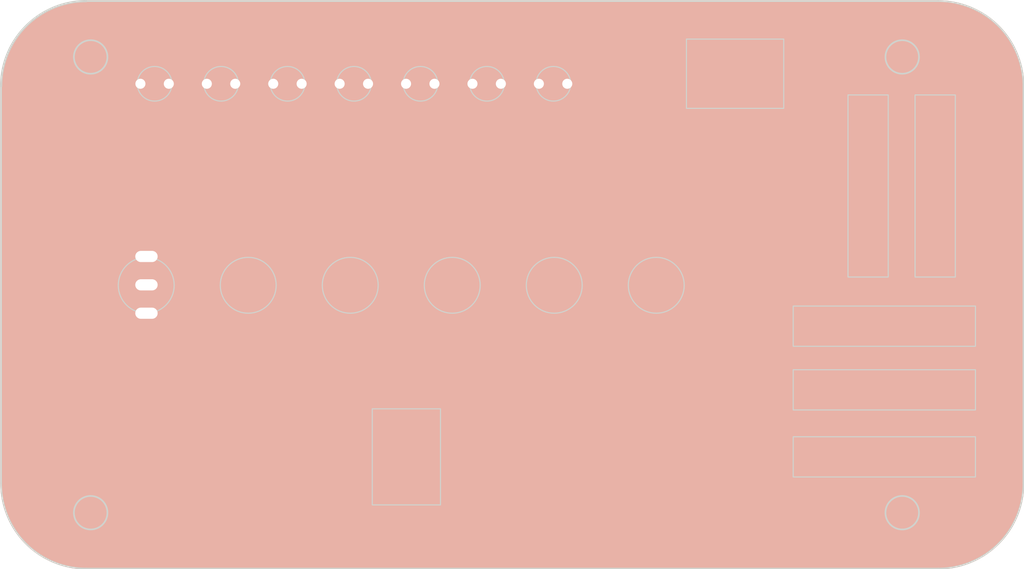
<source format=kicad_pcb>
(kicad_pcb (version 20240108) (generator "pcbnew") (generator_version "8.0")
  (layers (0 "F.Cu" signal) (31 "B.Cu" signal) (34 "B.Paste" user) (35 "F.Paste" user) (36 "B.SilkS" user "B.Silkscreen") (37 "F.SilkS" user "F.Silkscreen") (38 "B.Mask" user) (39 "F.Mask" user) (44 "Edge.Cuts" user))
  (net 0 "")
  (footprint "LED_THT:LED_D3.0mm" (layer "F.Cu") (at 108.84 72.4)
    (property "Reference" "REF**" (hide yes))
    (property "Value" "LED_D3.0mm")
    (fp_line (start -0.29 -1.236) (end -0.29 -1.08) (stroke (width 0.12)) (layer "F.SilkS"))
    (fp_line (start -0.29 1.08) (end -0.29 1.236) (stroke (width 0.12)) (layer "F.SilkS"))
    (fp_arc (start -0.29 -1.235516) (mid 1.366487 -1.987659) (end 2.942335 -1.078608) (stroke (width 0.12)) (layer "F.SilkS"))
    (fp_arc (start 0.229039 -1.08) (mid 1.270117 -1.5) (end 2.31113 -1.079837) (stroke (width 0.12)) (layer "F.SilkS"))
    (fp_arc (start 2.31113 1.079837) (mid 1.270117 1.5) (end 0.229039 1.08) (stroke (width 0.12)) (layer "F.SilkS"))
    (fp_arc (start 2.942335 1.078608) (mid 1.366487 1.987659) (end -0.29 1.235516) (stroke (width 0.12)) (layer "F.SilkS"))
    (pad "1" thru_hole rect (at 0 0) (size 1.8 1.8) (drill 0.9) (layers "*.Cu" "*.Mask"))
    (pad "2" thru_hole circle (at 2.54 0) (size 1.8 1.8) (drill 0.9) (layers "*.Cu" "*.Mask"))
  )
  (footprint "LED_THT:LED_D3.0mm" (layer "F.Cu") (at 114.78 72.4)
    (property "Reference" "REF**1" (hide yes))
    (property "Value" "LED_D3.0mm")
    (fp_line (start -0.29 -1.236) (end -0.29 -1.08) (stroke (width 0.12)) (layer "F.SilkS"))
    (fp_line (start -0.29 1.08) (end -0.29 1.236) (stroke (width 0.12)) (layer "F.SilkS"))
    (fp_arc (start -0.29 -1.235516) (mid 1.366487 -1.987659) (end 2.942335 -1.078608) (stroke (width 0.12)) (layer "F.SilkS"))
    (fp_arc (start 0.229039 -1.08) (mid 1.270117 -1.5) (end 2.31113 -1.079837) (stroke (width 0.12)) (layer "F.SilkS"))
    (fp_arc (start 2.31113 1.079837) (mid 1.270117 1.5) (end 0.229039 1.08) (stroke (width 0.12)) (layer "F.SilkS"))
    (fp_arc (start 2.942335 1.078608) (mid 1.366487 1.987659) (end -0.29 1.235516) (stroke (width 0.12)) (layer "F.SilkS"))
    (pad "1" thru_hole rect (at 0 0) (size 1.8 1.8) (drill 0.9) (layers "*.Cu" "*.Mask"))
    (pad "2" thru_hole circle (at 2.54 0) (size 1.8 1.8) (drill 0.9) (layers "*.Cu" "*.Mask"))
  )
  (footprint "LED_THT:LED_D3.0mm" (layer "F.Cu") (at 144.48 72.4)
    (property "Reference" "REF**6" (hide yes))
    (property "Value" "LED_D3.0mm")
    (fp_line (start -0.29 -1.236) (end -0.29 -1.08) (stroke (width 0.12)) (layer "F.SilkS"))
    (fp_line (start -0.29 1.08) (end -0.29 1.236) (stroke (width 0.12)) (layer "F.SilkS"))
    (fp_arc (start -0.29 -1.235516) (mid 1.366487 -1.987659) (end 2.942335 -1.078608) (stroke (width 0.12)) (layer "F.SilkS"))
    (fp_arc (start 0.229039 -1.08) (mid 1.270117 -1.5) (end 2.31113 -1.079837) (stroke (width 0.12)) (layer "F.SilkS"))
    (fp_arc (start 2.31113 1.079837) (mid 1.270117 1.5) (end 0.229039 1.08) (stroke (width 0.12)) (layer "F.SilkS"))
    (fp_arc (start 2.942335 1.078608) (mid 1.366487 1.987659) (end -0.29 1.235516) (stroke (width 0.12)) (layer "F.SilkS"))
    (pad "1" thru_hole rect (at 0 0) (size 1.8 1.8) (drill 0.9) (layers "*.Cu" "*.Mask"))
    (pad "2" thru_hole circle (at 2.54 0) (size 1.8 1.8) (drill 0.9) (layers "*.Cu" "*.Mask"))
  )
  (footprint "LED_THT:LED_D3.0mm" (layer "F.Cu") (at 126.66 72.4)
    (property "Reference" "REF**3" (hide yes))
    (property "Value" "LED_D3.0mm")
    (fp_line (start -0.29 -1.236) (end -0.29 -1.08) (stroke (width 0.12)) (layer "F.SilkS"))
    (fp_line (start -0.29 1.08) (end -0.29 1.236) (stroke (width 0.12)) (layer "F.SilkS"))
    (fp_arc (start -0.29 -1.235516) (mid 1.366487 -1.987659) (end 2.942335 -1.078608) (stroke (width 0.12)) (layer "F.SilkS"))
    (fp_arc (start 0.229039 -1.08) (mid 1.270117 -1.5) (end 2.31113 -1.079837) (stroke (width 0.12)) (layer "F.SilkS"))
    (fp_arc (start 2.31113 1.079837) (mid 1.270117 1.5) (end 0.229039 1.08) (stroke (width 0.12)) (layer "F.SilkS"))
    (fp_arc (start 2.942335 1.078608) (mid 1.366487 1.987659) (end -0.29 1.235516) (stroke (width 0.12)) (layer "F.SilkS"))
    (pad "1" thru_hole rect (at 0 0) (size 1.8 1.8) (drill 0.9) (layers "*.Cu" "*.Mask"))
    (pad "2" thru_hole circle (at 2.54 0) (size 1.8 1.8) (drill 0.9) (layers "*.Cu" "*.Mask"))
  )
  (footprint "Button_Switch_THT:SW_Toggle_Blue_wSlots" (layer "F.Cu") (at 109.38 90.4 90)
    (property "Reference" "REF**" (hide yes))
    (property "Value" "SW_Toggle")
    (fp_rect (start -3.75 -2.25) (end 3.75 2.25) (stroke (width 0.1)) (fill none) (layer "F.SilkS"))
    (pad "1" thru_hole oval (at -2.54 0 90) (size 2 4) (drill oval 1 2) (layers "*.Cu" "*.Mask"))
    (pad "2" thru_hole oval (at 0 0 90) (size 2 4) (drill oval 1 2) (layers "*.Cu" "*.Mask"))
    (pad "3" thru_hole oval (at 2.54 0 90) (size 2 4) (drill oval 1 2) (layers "*.Cu" "*.Mask"))
  )
  (footprint "LED_THT:LED_D3.0mm" (layer "F.Cu") (at 132.6 72.4)
    (property "Reference" "REF**4" (hide yes))
    (property "Value" "LED_D3.0mm")
    (fp_line (start -0.29 -1.236) (end -0.29 -1.08) (stroke (width 0.12)) (layer "F.SilkS"))
    (fp_line (start -0.29 1.08) (end -0.29 1.236) (stroke (width 0.12)) (layer "F.SilkS"))
    (fp_arc (start -0.29 -1.235516) (mid 1.366487 -1.987659) (end 2.942335 -1.078608) (stroke (width 0.12)) (layer "F.SilkS"))
    (fp_arc (start 0.229039 -1.08) (mid 1.270117 -1.5) (end 2.31113 -1.079837) (stroke (width 0.12)) (layer "F.SilkS"))
    (fp_arc (start 2.31113 1.079837) (mid 1.270117 1.5) (end 0.229039 1.08) (stroke (width 0.12)) (layer "F.SilkS"))
    (fp_arc (start 2.942335 1.078608) (mid 1.366487 1.987659) (end -0.29 1.235516) (stroke (width 0.12)) (layer "F.SilkS"))
    (pad "1" thru_hole rect (at 0 0) (size 1.8 1.8) (drill 0.9) (layers "*.Cu" "*.Mask"))
    (pad "2" thru_hole circle (at 2.54 0) (size 1.8 1.8) (drill 0.9) (layers "*.Cu" "*.Mask"))
  )
  (footprint "LED_THT:LED_D3.0mm" (layer "F.Cu") (at 120.72 72.4)
    (property "Reference" "REF**2" (hide yes))
    (property "Value" "LED_D3.0mm")
    (fp_line (start -0.29 -1.236) (end -0.29 -1.08) (stroke (width 0.12)) (layer "F.SilkS"))
    (fp_line (start -0.29 1.08) (end -0.29 1.236) (stroke (width 0.12)) (layer "F.SilkS"))
    (fp_arc (start -0.29 -1.235516) (mid 1.366487 -1.987659) (end 2.942335 -1.078608) (stroke (width 0.12)) (layer "F.SilkS"))
    (fp_arc (start 0.229039 -1.08) (mid 1.270117 -1.5) (end 2.31113 -1.079837) (stroke (width 0.12)) (layer "F.SilkS"))
    (fp_arc (start 2.31113 1.079837) (mid 1.270117 1.5) (end 0.229039 1.08) (stroke (width 0.12)) (layer "F.SilkS"))
    (fp_arc (start 2.942335 1.078608) (mid 1.366487 1.987659) (end -0.29 1.235516) (stroke (width 0.12)) (layer "F.SilkS"))
    (pad "1" thru_hole rect (at 0 0) (size 1.8 1.8) (drill 0.9) (layers "*.Cu" "*.Mask"))
    (pad "2" thru_hole circle (at 2.54 0) (size 1.8 1.8) (drill 0.9) (layers "*.Cu" "*.Mask"))
  )
  (footprint "LED_THT:LED_D3.0mm" (layer "F.Cu") (at 138.54 72.4)
    (property "Reference" "REF**5" (hide yes))
    (property "Value" "LED_D3.0mm")
    (fp_line (start -0.29 -1.236) (end -0.29 -1.08) (stroke (width 0.12)) (layer "F.SilkS"))
    (fp_line (start -0.29 1.08) (end -0.29 1.236) (stroke (width 0.12)) (layer "F.SilkS"))
    (fp_arc (start -0.29 -1.235516) (mid 1.366487 -1.987659) (end 2.942335 -1.078608) (stroke (width 0.12)) (layer "F.SilkS"))
    (fp_arc (start 0.229039 -1.08) (mid 1.270117 -1.5) (end 2.31113 -1.079837) (stroke (width 0.12)) (layer "F.SilkS"))
    (fp_arc (start 2.31113 1.079837) (mid 1.270117 1.5) (end 0.229039 1.08) (stroke (width 0.12)) (layer "F.SilkS"))
    (fp_arc (start 2.942335 1.078608) (mid 1.366487 1.987659) (end -0.29 1.235516) (stroke (width 0.12)) (layer "F.SilkS"))
    (pad "1" thru_hole rect (at 0 0) (size 1.8 1.8) (drill 0.9) (layers "*.Cu" "*.Mask"))
    (pad "2" thru_hole circle (at 2.54 0) (size 1.8 1.8) (drill 0.9) (layers "*.Cu" "*.Mask"))
  )
  (gr_poly (pts (xy 96.38 72.620001) (arc (start 96.38 108.18) (mid 98.611846 113.568154) (end 104 115.8)) (arc (start 180.2 115.8) (mid 185.588154 113.568154) (end 187.82 108.18)) (arc (start 187.82 72.62) (mid 185.588154 67.231846) (end 180.2 65)) (arc (start 104 65) (mid 98.611846 67.231846) (end 96.38 72.62))) (stroke (width 0.15)) (fill solid) (layer "B.SilkS"))
  (gr_rect (start 136.18 101.5) (end 149.03 110.1) (stroke (width 0.15)) (fill none) (layer "F.SilkS"))
  (gr_rect (start 165.43 90.5) (end 185.13 92.2) (stroke (width 0.1)) (fill none) (layer "F.SilkS"))
  (gr_rect (start 165.43 102.2) (end 185.13 103.9) (stroke (width 0.1)) (fill none) (layer "F.SilkS"))
  (gr_rect (start 151.63 101.5) (end 162.23 110.1) (stroke (width 0.1)) (fill solid) (layer "F.SilkS"))
  (gr_rect (start 138.43 101.5) (end 149.03 110.1) (stroke (width 0.1)) (fill solid) (layer "F.SilkS"))
  (gr_rect (start 157.68 74.8) (end 166.38 82.2) (stroke (width 0.1)) (fill none) (layer "F.SilkS"))
  (gr_rect (start 121.98 101.5) (end 129.38 110.1) (stroke (width 0.1)) (fill none) (layer "F.SilkS"))
  (gr_rect (start 165.43 96.2) (end 185.13 97.9) (stroke (width 0.1)) (fill none) (layer "F.SilkS"))
  (gr_rect (start 149.38 101.5) (end 162.23 110.1) (stroke (width 0.15)) (fill none) (layer "F.SilkS"))
  (gr_rect (start 181.88 73.4) (end 185.48 89.7) (stroke (width 0.1)) (fill none) (layer "F.SilkS"))
  (gr_rect (start 168.08 73.4) (end 171.98 89.7) (stroke (width 0.1)) (fill none) (layer "F.SilkS"))
  (gr_circle (center 122 72.4) (end 123.55 72.4) (stroke (width 0.1)) (fill none) (layer "Edge.Cuts"))
  (gr_rect (start 178.13 73.4) (end 181.73 89.7) (stroke (width 0.1)) (fill none) (layer "Edge.Cuts"))
  (gr_arc (start 187.82 108.18) (mid 185.588154 113.568154) (end 180.2 115.8) (stroke (width 0.15)) (layer "Edge.Cuts"))
  (gr_rect (start 157.68 68.4) (end 166.38 74.6) (stroke (width 0.1)) (fill none) (layer "Edge.Cuts"))
  (gr_circle (center 127.608 90.44) (end 130.108 90.44) (stroke (width 0.1)) (fill none) (layer "Edge.Cuts"))
  (gr_circle (center 145.78 72.4) (end 147.33 72.4) (stroke (width 0.1)) (fill none) (layer "Edge.Cuts"))
  (gr_circle (center 109.36 90.44) (end 111.86 90.44) (stroke (width 0.1)) (fill none) (layer "Edge.Cuts"))
  (gr_circle (center 133.89 72.4) (end 135.44 72.4) (stroke (width 0.1)) (fill none) (layer "Edge.Cuts"))
  (gr_rect (start 172.13 73.4) (end 175.73 89.7) (stroke (width 0.1)) (fill none) (layer "Edge.Cuts"))
  (gr_arc (start 180.2 65) (mid 185.588154 67.231846) (end 187.82 72.62) (stroke (width 0.15)) (layer "Edge.Cuts"))
  (gr_circle (center 154.98 90.44) (end 157.48 90.44) (stroke (width 0.1)) (fill none) (layer "Edge.Cuts"))
  (gr_circle (center 139.835 72.4) (end 141.385 72.4) (stroke (width 0.1)) (fill none) (layer "Edge.Cuts"))
  (gr_line (start 104 65) (end 180.2 65) (stroke (width 0.15)) (layer "Edge.Cuts"))
  (gr_circle (center 176.98 70) (end 178.48 70) (stroke (width 0.15)) (fill none) (layer "Edge.Cuts"))
  (gr_arc (start 96.38 72.62) (mid 98.611846 67.231846) (end 104 65) (stroke (width 0.2)) (layer "Edge.Cuts"))
  (gr_line (start 180.2 115.8) (end 104 115.8) (stroke (width 0.15)) (layer "Edge.Cuts"))
  (gr_arc (start 104 115.8) (mid 98.611846 113.568154) (end 96.38 108.18) (stroke (width 0.15)) (layer "Edge.Cuts"))
  (gr_circle (center 104.39 70) (end 105.89 70) (stroke (width 0.15)) (fill none) (layer "Edge.Cuts"))
  (gr_line (start 96.38 108.18) (end 96.38 72.620001) (stroke (width 0.15)) (layer "Edge.Cuts"))
  (gr_rect (start 167.23 92.3) (end 183.53 95.9) (stroke (width 0.1)) (fill none) (layer "Edge.Cuts"))
  (gr_circle (center 136.732 90.44) (end 139.232 90.44) (stroke (width 0.1)) (fill none) (layer "Edge.Cuts"))
  (gr_line (start 187.82 72.62) (end 187.82 108.18) (stroke (width 0.15)) (layer "Edge.Cuts"))
  (gr_rect (start 167.23 98) (end 183.53 101.6) (stroke (width 0.1)) (fill none) (layer "Edge.Cuts"))
  (gr_rect (start 129.58 101.5) (end 135.68 110.1) (stroke (width 0.1)) (fill none) (layer "Edge.Cuts"))
  (gr_circle (center 127.945 72.4) (end 129.495 72.4) (stroke (width 0.1)) (fill none) (layer "Edge.Cuts"))
  (gr_circle (center 104.39 110.8) (end 105.89 110.8) (stroke (width 0.15)) (fill none) (layer "Edge.Cuts"))
  (gr_circle (center 145.856 90.44) (end 148.356 90.44) (stroke (width 0.1)) (fill none) (layer "Edge.Cuts"))
  (gr_circle (center 116.055 72.4) (end 117.605 72.4) (stroke (width 0.1)) (fill none) (layer "Edge.Cuts"))
  (gr_circle (center 176.98 110.8) (end 178.48 110.8) (stroke (width 0.15)) (fill none) (layer "Edge.Cuts"))
  (gr_rect (start 167.23 104) (end 183.53 107.6) (stroke (width 0.1)) (fill none) (layer "Edge.Cuts"))
  (gr_circle (center 110.11 72.4) (end 111.66 72.4) (stroke (width 0.1)) (fill none) (layer "Edge.Cuts"))
  (gr_circle (center 118.484 90.44) (end 120.984 90.44) (stroke (width 0.1)) (fill none) (layer "Edge.Cuts"))
  (gr_text "3V3" (at 141.079381 93.5 0) (layer "F.SilkS") (effects (font (size 1 1)) (justify bottom)))
  (gr_text "C4" (at 150.45 106.4 0) (layer "F.SilkS") (effects (font (size 1 1) (thickness 0.15) (italic yes)) (justify bottom)))
  (gr_text "C2" (at 137.25 109.1 0) (layer "F.SilkS") (effects (font (size 1 1) (thickness 0.15) (italic yes)) (justify bottom)))
  (gr_text "3V3" (at 165.16 80.34 90) (layer "F.SilkS") (effects (font (size 1 1)) (justify bottom)))
  (gr_text "HI" (at 150.203381 88.3 0) (layer "F.SilkS") (effects (font (size 1 1)) (justify bottom)))
  (gr_text "C1" (at 137.25 106.4 0) (layer "F.SilkS") (effects (font (size 1 1) (thickness 0.15) (italic yes)) (justify bottom)))
  (gr_text "C3" (at 176.96 103.7 0) (layer "F.SilkS") (effects (font (size 1 1)) (justify bottom)))
  (gr_text "USB" (at 110.11 75.9 0) (layer "F.SilkS") (effects (font (size 1 1)) (justify bottom)))
  (gr_text "C0" (at 137.25 103.7 0) (layer "F.SilkS") (effects (font (size 1 1) (thickness 0.15) (italic yes)) (justify bottom)))
  (gr_text "UART" (at 177.68 81.7 90) (layer "F.SilkS") (effects (font (size 1.2 1.2) (thickness 0.24) (bold yes)) (justify bottom)))
  (gr_text "DTR" (at 167.18 97.7 0) (layer "F.SilkS") (effects (font (size 1 1)) (justify bottom)))
  (gr_text "CTS" (at 169.98 78.16 0) (layer "F.SilkS") (effects (font (size 1 1)) (justify bottom)))
  (gr_text "LO" (at 150.203381 93.5 0) (layer "F.SilkS") (effects (font (size 1 1)) (justify bottom)))
  (gr_text "UART" (at 164.88 95 90) (layer "F.SilkS") (effects (font (size 1.2 1.2) (thickness 0.24) (bold yes)) (justify right bottom)))
  (gr_text "BAT" (at 109.36 96.55 0) (layer "F.SilkS") (effects (font (size 1.2 1.2) (thickness 0.24) (bold yes)) (justify bottom)))
  (gr_text "UART" (at 127.608 96.55 0) (layer "F.SilkS") (effects (font (size 1.2 1.2) (thickness 0.24) (bold yes)) (justify bottom)))
  (gr_text "C3" (at 150.45 103.7 0) (layer "F.SilkS") (effects (font (size 1 1) (thickness 0.15) (italic yes)) (justify bottom)))
  (gr_text "CHG" (at 122 75.9 0) (layer "F.SilkS") (effects (font (size 1 1)) (justify bottom)))
  (gr_text "ON" (at 131.955381 88.3 0) (layer "F.SilkS") (effects (font (size 1 1)) (justify bottom)))
  (gr_text "RX" (at 139.835 75.9 0) (layer "F.SilkS") (effects (font (size 1 1)) (justify bottom)))
  (gr_text "GND" (at 179.710473 92 0) (layer "F.SilkS") (effects (font (size 1 1)) (justify bottom)))
  (gr_text "DAT" (at 123.84 106.44 0) (layer "F.SilkS") (effects (font (size 1 1)) (justify bottom)))
  (gr_text "0V" (at 127.38 103.9 0) (layer "F.SilkS") (effects (font (size 1 1)) (justify bottom)))
  (gr_text "VCC" (at 183.48 92 0) (layer "F.SilkS") (effects (font (size 1 1)) (justify bottom)))
  (gr_text "OFF" (at 159.327381 93.5 0) (layer "F.SilkS") (effects (font (size 1 1)) (justify bottom)))
  (gr_text "SIG" (at 160.08 76.8 90) (layer "F.SilkS") (effects (font (size 1 1)) (justify bottom)))
  (gr_text "5V" (at 162.62 80.34 90) (layer "F.SilkS") (effects (font (size 1 1)) (justify bottom)))
  (gr_text "C2" (at 173.7 103.7 0) (layer "F.SilkS") (effects (font (size 1 1)) (justify bottom)))
  (gr_text "CLK" (at 127.38 106.44 0) (layer "F.SilkS") (effects (font (size 1 1)) (justify bottom)))
  (gr_text "RX" (at 183.58 78.16 0) (layer "F.SilkS") (effects (font (size 1 1)) (justify bottom)))
  (gr_text "VCC" (at 183.58 83.48 0) (layer "F.SilkS") (effects (font (size 1 1)) (justify bottom)))
  (gr_text "SIG" (at 183.68 75.5 0) (layer "F.SilkS") (effects (font (size 1 1)) (justify bottom)))
  (gr_text "BAT" (at 116.055 75.9 0) (layer "F.SilkS") (effects (font (size 1 1)) (justify bottom)))
  (gr_text "RX" (at 169.98 86.14 0) (layer "F.SilkS") (effects (font (size 1 1)) (justify bottom)))
  (gr_text "OFF" (at 131.955381 93.5 0) (layer "F.SilkS") (effects (font (size 1 1)) (justify bottom)))
  (gr_text "CTS" (at 179.767618 97.7 0) (layer "F.SilkS") (effects (font (size 1 1)) (justify bottom)))
  (gr_text "TX" (at 173.033333 97.7 0) (layer "F.SilkS") (effects (font (size 1 1)) (justify bottom)))
  (gr_text "PIC PROG" (at 121.28 105.9 90) (layer "F.SilkS") (effects (font (size 1.2 1.2) (thickness 0.24) (bold yes)) (justify bottom)))
  (gr_text "CTS" (at 167.18 92 0) (layer "F.SilkS") (effects (font (size 1 1)) (justify bottom)))
  (gr_text "VCC" (at 169.88 80.82 0) (layer "F.SilkS") (effects (font (size 1 1)) (justify bottom)))
  (gr_text "0V" (at 123.84 108.98 0) (layer "F.SilkS") (effects (font (size 1 1)) (justify bottom)))
  (gr_text "RX" (at 173.861903 92 0) (layer "F.SilkS") (effects (font (size 1 1)) (justify bottom)))
  (gr_text "C0" (at 167.18 103.7 0) (layer "F.SilkS") (effects (font (size 1 1)) (justify bottom)))
  (gr_text "TX" (at 169.98 83.48 0) (layer "F.SilkS") (effects (font (size 1 1)) (justify bottom)))
  (gr_text "ON" (at 159.327381 88.3 0) (layer "F.SilkS") (effects (font (size 1 1)) (justify bottom)))
  (gr_text "SIG" (at 160.08 80.34 90) (layer "F.SilkS") (effects (font (size 1 1)) (justify bottom)))
  (gr_text "TX" (at 183.48 80.82 0) (layer "F.SilkS") (effects (font (size 1 1)) (justify bottom)))
  (gr_text "VCC" (at 118.484 96.55 0) (layer "F.SilkS") (effects (font (size 1.2 1.2) (thickness 0.24) (bold yes)) (justify bottom)))
  (gr_text "GND" (at 183.48 97.7 0) (layer "F.SilkS") (effects (font (size 1 1)) (justify bottom)))
  (gr_text "GND" (at 170.08 75.5 0) (layer "F.SilkS") (effects (font (size 1 1)) (justify bottom)))
  (gr_text "Vdd" (at 123.84 103.9 0) (layer "F.SilkS") (effects (font (size 1 1)) (justify bottom)))
  (gr_text "C4" (at 180.22 103.7 0) (layer "F.SilkS") (effects (font (size 1 1)) (justify bottom)))
  (gr_text "TX" (at 133.89 75.9 0) (layer "F.SilkS") (effects (font (size 1 1)) (justify bottom)))
  (gr_text "ON" (at 113.707381 88.3 0) (layer "F.SilkS") (effects (font (size 1 1)) (justify bottom)))
  (gr_text "C5" (at 150.45 109.1 0) (layer "F.SilkS") (effects (font (size 1 1) (thickness 0.15) (italic yes)) (justify bottom)))
  (gr_text "TX" (at 176.512379 92 0) (layer "F.SilkS") (effects (font (size 1 1)) (justify bottom)))
  (gr_text "POWER" (at 156.68 71.5 90) (layer "F.SilkS") (effects (font (size 1.2 1.2) (thickness 0.24) (bold yes)) (justify bottom)))
  (gr_text "Vpp" (at 127.38 108.98 0) (layer "F.SilkS") (effects (font (size 1 1)) (justify bottom)))
  (gr_text "C1" (at 170.44 103.7 0) (layer "F.SilkS") (effects (font (size 1 1)) (justify bottom)))
  (gr_text "GND" (at 183.68 88.8 0) (layer "F.SilkS") (effects (font (size 1 1)) (justify bottom)))
  (gr_text "UART" (at 127.945 75.9 0) (layer "F.SilkS") (effects (font (size 1 1)) (justify bottom)))
  (gr_text "5V" (at 122.831381 88.3 0) (layer "F.SilkS") (effects (font (size 1 1)) (justify bottom)))
  (gr_text "RX" (at 170.368571 97.7 0) (layer "F.SilkS") (effects (font (size 1 1)) (justify bottom)))
  (gr_text "GND" (at 162.62 76.8 90) (layer "F.SilkS") (effects (font (size 1 1)) (justify bottom)))
  (gr_text "CLK" (at 164.88 104.1 90) (layer "F.SilkS") (effects (font (size 1.2 1.2) (thickness 0.24) (bold yes)) (justify right bottom)))
  (gr_text "DTR" (at 170.08 88.8 0) (layer "F.SilkS") (effects (font (size 1 1)) (justify bottom)))
  (gr_text "VCC" (at 176.150475 97.7 0) (layer "F.SilkS") (effects (font (size 1 1)) (justify bottom)))
  (gr_text "5V" (at 141.079381 88.3 0) (layer "F.SilkS") (effects (font (size 1 1)) (justify bottom)))
  (gr_text "GND" (at 165.16 76.8 90) (layer "F.SilkS") (effects (font (size 1 1)) (justify bottom)))
  (gr_text "RTS" (at 170.711428 92 0) (layer "F.SilkS") (effects (font (size 1 1)) (justify bottom)))
  (gr_text "C5" (at 183.48 103.7 0) (layer "F.SilkS") (effects (font (size 1 1)) (justify bottom)))
  (gr_text "SIGNAL" (at 145.856 96.55 0) (layer "F.SilkS") (effects (font (size 1.2 1.2) (thickness 0.24) (bold yes)) (justify bottom)))
  (gr_text "3V3" (at 122.831381 93.5 0) (layer "F.SilkS") (effects (font (size 1 1)) (justify bottom)))
  (gr_text "CLK" (at 154.98 96.55 0) (layer "F.SilkS") (effects (font (size 1.2 1.2) (thickness 0.24) (bold yes)) (justify bottom)))
  (gr_text "CLK" (at 145.78 75.9 0) (layer "F.SilkS") (effects (font (size 1 1)) (justify bottom)))
  (gr_text "LOGIC" (at 136.732 96.55 0) (layer "F.SilkS") (effects (font (size 1.2 1.2) (thickness 0.24) (bold yes)) (justify bottom)))
  (gr_text "SERIAL ADAPTER CARD" (at 133.58 113.9 0) (layer "F.SilkS") (effects (font (size 1.2 1.2) (thickness 0.24) (bold yes) (italic yes)) (justify left bottom)))
  (gr_text "OFF" (at 113.707381 93.5 0) (layer "F.SilkS") (effects (font (size 1 1)) (justify bottom)))
  (gr_text "X" (at 183.58 86.14 0) (layer "F.SilkS") (effects (font (size 1 1)) (justify bottom)))
)
</source>
